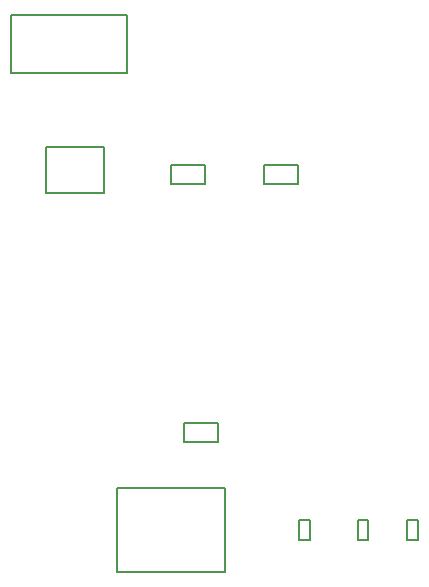
<source format=gbr>
G04*
G04 #@! TF.GenerationSoftware,Altium Limited,Altium Designer,25.3.3 (18)*
G04*
G04 Layer_Color=8388736*
%FSLAX25Y25*%
%MOIN*%
G70*
G04*
G04 #@! TF.SameCoordinates,2E22F27B-A00B-49EA-A22F-E70647FCC6C8*
G04*
G04*
G04 #@! TF.FilePolarity,Positive*
G04*
G01*
G75*
%ADD10C,0.00787*%
D10*
X230656Y226333D02*
Y241667D01*
X211345Y226333D02*
X230656D01*
X211345D02*
Y241667D01*
X230656D01*
X283791Y235650D02*
X295209D01*
X283791Y229350D02*
Y235650D01*
Y229350D02*
X295209D01*
Y235650D01*
X199748Y266216D02*
X238252D01*
Y285744D01*
X199748D02*
X238252D01*
X199748Y266216D02*
Y285744D01*
X331728Y117347D02*
X335272D01*
X331728Y110653D02*
Y117347D01*
Y110653D02*
X335272D01*
Y117347D01*
X252791Y235650D02*
X264209D01*
X252791Y229350D02*
Y235650D01*
Y229350D02*
X264209D01*
Y235650D01*
X235008Y100024D02*
Y127976D01*
Y100024D02*
X270992D01*
Y127976D01*
X235008D02*
X270992D01*
X257291Y143350D02*
X268709D01*
Y149650D01*
X257291D02*
X268709D01*
X257291Y143350D02*
Y149650D01*
X315228Y117347D02*
X318772D01*
X315228Y110653D02*
Y117347D01*
Y110653D02*
X318772D01*
Y117347D01*
X295728D02*
X299272D01*
X295728Y110653D02*
Y117347D01*
Y110653D02*
X299272D01*
Y117347D01*
M02*

</source>
